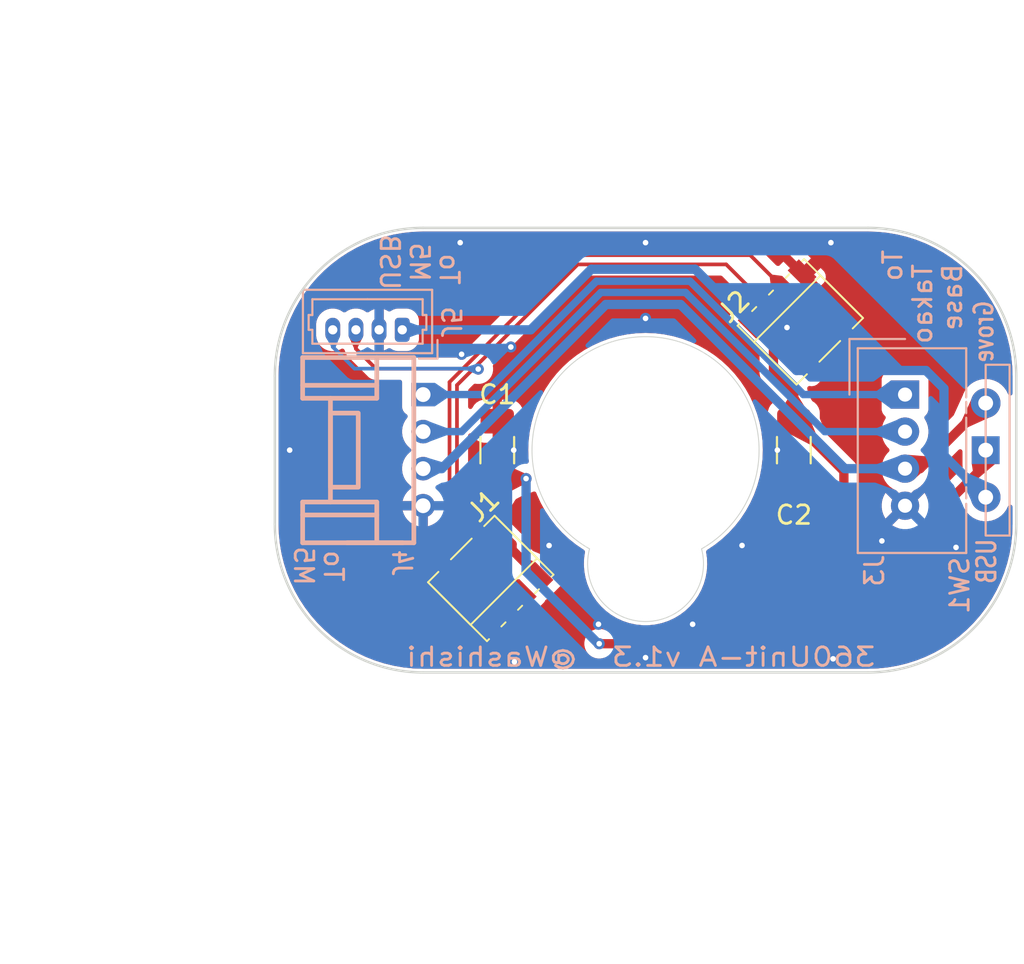
<source format=kicad_pcb>
(kicad_pcb (version 20241229) (generator "pcbnew") (generator_version "9.0")
  (layers (0 "F.Cu" signal) (2 "B.Cu" signal) (13 "F.Paste" user) (15 "B.Paste" user) (5 "F.SilkS" user "F.Silkscreen") (7 "B.SilkS" user "B.Silkscreen") (1 "F.Mask" user) (3 "B.Mask" user) (25 "Edge.Cuts" user))
  (net 0 "")
  (net 1 "/P2")
  (net 2 "GND")
  (net 3 "/P1")
  (net 4 "/D-")
  (net 5 "/5V(G)")
  (net 6 "/D+")
  (net 7 "/5V")
  (net 8 "/5V(U)")
  (footprint "Capacitor_SMD:C_1206_3216Metric_Pad1.33x1.80mm_HandSolder" (layer "F.Cu") (at 135 127 -90)
    (property "Reference" "C2" (at 3.5 0 0) (layer "F.SilkS"))
    (property "Value" "100uF")
    (fp_line (start -0.711252 0.91) (end 0.711252 0.91) (stroke (width 0.12)) (layer "F.SilkS"))
    (fp_line (start -0.711252 -0.91) (end 0.711252 -0.91) (stroke (width 0.12)) (layer "F.SilkS"))
    (pad "1" smd roundrect (at -1.5625 0 270) (size 1.325 1.8) (layers "F.Cu" "F.Mask" "F.Paste") (roundrect_rratio 0.188679) (net 7 "/5V"))
    (pad "2" smd roundrect (at 1.5625 0 270) (size 1.325 1.8) (layers "F.Cu" "F.Mask" "F.Paste") (roundrect_rratio 0.188679) (net 2 "GND"))
  )
  (footprint "My_Library:BatteryConector_1.27mm_4P" (layer "F.Cu") (at 119.357106 134.632106 -135)
    (property "Reference" "J1" (at -2.492551 4.058236 45) (layer "F.SilkS") (effects (font (thickness 0.153))))
    (property "Value" "BAT_Connector_01x04" (hide yes))
    (fp_line (start 2.54 3.25) (end 2.54 0) (stroke (width 0.1)) (layer "F.SilkS"))
    (fp_line (start 1.745 3.25) (end 2.54 3.25) (stroke (width 0.1)) (layer "F.SilkS"))
    (fp_line (start -0.795 3.25) (end 0.794 3.25) (stroke (width 0.1)) (layer "F.SilkS"))
    (fp_line (start 2.54 -1.25) (end 2.54 3.25) (stroke (width 0.1)) (layer "F.SilkS"))
    (fp_line (start 2.380001 -1.25) (end 2.54 -1.25) (stroke (width 0.1)) (layer "F.SilkS"))
    (fp_line (start -2.54 3.25) (end -1.745 3.25) (stroke (width 0.1)) (layer "F.SilkS"))
    (fp_line (start -2.54 3.25) (end -2.54 0) (stroke (width 0.1)) (layer "F.SilkS"))
    (fp_line (start 1.11 -1.237001) (end 1.43 -1.237) (stroke (width 0.1)) (layer "F.SilkS"))
    (fp_line (start -0.16 -1.237) (end 0.16 -1.236998) (stroke (width 0.1)) (layer "F.SilkS"))
    (fp_line (start -2.54 0) (end 2.54 0) (stroke (width 0.1)) (layer "F.SilkS"))
    (fp_line (start -1.43 -1.25) (end -1.11 -1.25) (stroke (width 0.1)) (layer "F.SilkS"))
    (fp_line (start -2.54 -1.25) (end -2.54 3.25) (stroke (width 0.1)) (layer "F.SilkS"))
    (fp_line (start -2.54 -1.25) (end -2.380001 -1.25) (stroke (width 0.1)) (layer "F.SilkS"))
    (pad "" smd rect (at -1.27 2.73 225) (size 0.8 1.6) (layers "F.Cu" "F.Mask" "F.Paste"))
    (pad "" smd rect (at 1.27 2.73 225) (size 0.8 1.6) (layers "F.Cu" "F.Mask" "F.Paste"))
    (pad "1" smd rect (at -1.905 -0.77 225) (size 0.85 1.35) (layers "F.Cu" "F.Mask" "F.Paste") (net 7 "/5V"))
    (pad "2" smd rect (at -0.634999 -0.77 225) (size 0.85 1.35) (layers "F.Cu" "F.Mask" "F.Paste") (net 6 "/D+"))
    (pad "3" smd rect (at 0.635 -0.77 225) (size 0.85 1.35) (layers "F.Cu" "F.Mask" "F.Paste") (net 4 "/D-"))
    (pad "4" smd rect (at 1.905 -0.77 225) (size 0.85 1.35) (layers "F.Cu" "F.Mask" "F.Paste") (net 2 "GND"))
  )
  (footprint "Capacitor_SMD:C_1206_3216Metric_Pad1.33x1.80mm_HandSolder" (layer "F.Cu") (at 119 127 90)
    (property "Reference" "C1" (at 3 0 0) (layer "F.SilkS"))
    (property "Value" "100uF")
    (fp_line (start -0.711252 -0.91) (end 0.711252 -0.91) (stroke (width 0.12)) (layer "F.SilkS"))
    (fp_line (start -0.711252 0.91) (end 0.711252 0.91) (stroke (width 0.12)) (layer "F.SilkS"))
    (pad "1" smd roundrect (at -1.5625 0 90) (size 1.325 1.8) (layers "F.Cu" "F.Mask" "F.Paste") (roundrect_rratio 0.188679) (net 7 "/5V"))
    (pad "2" smd roundrect (at 1.5625 0 90) (size 1.325 1.8) (layers "F.Cu" "F.Mask" "F.Paste") (roundrect_rratio 0.188679) (net 2 "GND"))
  )
  (footprint "My_Library:BatteryConector_1.27mm_4P" (layer "F.Cu") (at 134.642894 119.367894 45)
    (property "Reference" "J2" (at -1.962221 -2.128949 45) (layer "F.SilkS") (effects (font (thickness 0.153))))
    (property "Value" "BAT_Connector_01x04" (hide yes))
    (fp_line (start -2.54 -1.25) (end -2.380001 -1.25) (stroke (width 0.1)) (layer "F.SilkS"))
    (fp_line (start -2.54 -1.25) (end -2.54 3.25) (stroke (width 0.1)) (layer "F.SilkS"))
    (fp_line (start -1.43 -1.25) (end -1.11 -1.25) (stroke (width 0.1)) (layer "F.SilkS"))
    (fp_line (start -2.54 0) (end 2.54 0) (stroke (width 0.1)) (layer "F.SilkS"))
    (fp_line (start -0.16 -1.237) (end 0.16 -1.236998) (stroke (width 0.1)) (layer "F.SilkS"))
    (fp_line (start 1.11 -1.237001) (end 1.43 -1.237) (stroke (width 0.1)) (layer "F.SilkS"))
    (fp_line (start -2.54 3.25) (end -2.54 0) (stroke (width 0.1)) (layer "F.SilkS"))
    (fp_line (start -2.54 3.25) (end -1.745 3.25) (stroke (width 0.1)) (layer "F.SilkS"))
    (fp_line (start 2.380001 -1.25) (end 2.54 -1.25) (stroke (width 0.1)) (layer "F.SilkS"))
    (fp_line (start 2.54 -1.25) (end 2.54 3.25) (stroke (width 0.1)) (layer "F.SilkS"))
    (fp_line (start -0.795 3.25) (end 0.794 3.25) (stroke (width 0.1)) (layer "F.SilkS"))
    (fp_line (start 1.745 3.25) (end 2.54 3.25) (stroke (width 0.1)) (layer "F.SilkS"))
    (fp_line (start 2.54 3.25) (end 2.54 0) (stroke (width 0.1)) (layer "F.SilkS"))
    (pad "" smd rect (at -1.27 2.73 45) (size 0.8 1.6) (layers "F.Cu" "F.Mask" "F.Paste"))
    (pad "" smd rect (at 1.27 2.73 45) (size 0.8 1.6) (layers "F.Cu" "F.Mask" "F.Paste"))
    (pad "1" smd rect (at -1.905 -0.77 45) (size 0.85 1.35) (layers "F.Cu" "F.Mask" "F.Paste") (net 7 "/5V"))
    (pad "2" smd rect (at -0.634999 -0.77 45) (size 0.85 1.35) (layers "F.Cu" "F.Mask" "F.Paste") (net 6 "/D+"))
    (pad "3" smd rect (at 0.635 -0.77 45) (size 0.85 1.35) (layers "F.Cu" "F.Mask" "F.Paste") (net 4 "/D-"))
    (pad "4" smd rect (at 1.905 -0.77 45) (size 0.85 1.35) (layers "F.Cu" "F.Mask" "F.Paste") (net 2 "GND"))
  )
  (footprint "My_Library:CON_GROVE_H" (layer "B.Cu") (at 115 127 -90)
    (property "Reference" "J4" (at 6.1 1.15 270) (layer "B.SilkS") (effects (font (size 1 0.8) (thickness 0.153) (bold yes)) (justify mirror)))
    (property "Value" "HY2.0-4P")
    (fp_line (start -5 6.5) (end -5 0.5) (stroke (width 0.254)) (layer "B.SilkS"))
    (fp_line (start -2.8 6.5) (end -5 6.5) (stroke (width 0.254)) (layer "B.SilkS"))
    (fp_line (start 2.8 6.5) (end 2.8 2.5) (stroke (width 0.254)) (layer "B.SilkS"))
    (fp_line (start 3.5 6.5) (end 3.5 2.5) (stroke (width 0.254)) (layer "B.SilkS"))
    (fp_line (start 5 6.5) (end 2.8 6.5) (stroke (width 0.254)) (layer "B.SilkS"))
    (fp_line (start -2.8 5) (end 2.8 5) (stroke (width 0.254)) (layer "B.SilkS"))
    (fp_line (start 5 4.1) (end 5 1.1) (stroke (width 0.254)) (layer "B.SilkS"))
    (fp_line (start -5 3.6) (end -5 1.6) (stroke (width 0.127)) (layer "B.SilkS"))
    (fp_line (start -5 2.5) (end -2.8 2.5) (stroke (width 0.254)) (layer "B.SilkS"))
    (fp_line (start -3.5 2.5) (end -3.5 6.5) (stroke (width 0.254)) (layer "B.SilkS"))
    (fp_line (start -2.8 2.5) (end -2.8 6.5) (stroke (width 0.254)) (layer "B.SilkS"))
    (fp_line (start 2.8 2.5) (end 5 2.5) (stroke (width 0.254)) (layer "B.SilkS"))
    (fp_line (start -5 0.5) (end 5 0.5) (stroke (width 0.254)) (layer "B.SilkS"))
    (fp_line (start 5 0.5) (end 5 6.5) (stroke (width 0.254)) (layer "B.SilkS"))
    (fp_rect (start -2 5) (end 2 3.5) (stroke (width 0.254)) (fill no) (layer "B.SilkS"))
    (pad "1" thru_hole rect (at -3 0 270) (size 1.27 1.27) (drill 0.8) (layers "*.Cu" "*.Mask") (net 3 "/P1"))
    (pad "2" thru_hole circle (at -1 0 270) (size 1.27 1.27) (drill 0.8) (layers "*.Cu" "*.Mask") (net 1 "/P2"))
    (pad "3" thru_hole circle (at 1 0 270) (size 1.27 1.27) (drill 0.8) (layers "*.Cu" "*.Mask") (net 5 "/5V(G)"))
    (pad "4" thru_hole circle (at 3 0 270) (size 1.27 1.27) (drill 0.8) (layers "*.Cu" "*.Mask") (net 2 "GND"))
  )
  (footprint "Connector_Molex:Molex_PicoBlade_53047-0410_1x04_P1.25mm_Vertical" (layer "B.Cu") (at 113.875 120.505 180)
    (property "Reference" "J5" (at -2.625 0.405 270) (layer "B.SilkS") (effects (justify mirror)))
    (property "Value" "PicoBlade-4P")
    (fp_line (start 5.36 2.16) (end -1.61 2.16) (stroke (width 0.12)) (layer "B.SilkS"))
    (fp_line (start 5.36 -1.26) (end 5.36 2.16) (stroke (width 0.12)) (layer "B.SilkS"))
    (fp_line (start 5.05 0.8) (end 4.85 0.8) (stroke (width 0.12)) (layer "B.SilkS"))
    (fp_line (start 5.05 0) (end 5.05 0.8) (stroke (width 0.12)) (layer "B.SilkS"))
    (fp_line (start 4.85 1.65) (end 1.875 1.65) (stroke (width 0.12)) (layer "B.SilkS"))
    (fp_line (start 4.85 0.8) (end 4.85 1.65) (stroke (width 0.12)) (layer "B.SilkS"))
    (fp_line (start 4.85 0) (end 5.05 0) (stroke (width 0.12)) (layer "B.SilkS"))
    (fp_line (start 4.85 -0.75) (end 4.85 0) (stroke (width 0.12)) (layer "B.SilkS"))
    (fp_line (start 1.875 -0.75) (end 4.85 -0.75) (stroke (width 0.12)) (layer "B.SilkS"))
    (fp_line (start 1.875 -0.75) (end -1.1 -0.75) (stroke (width 0.12)) (layer "B.SilkS"))
    (fp_line (start -1.1 1.65) (end 1.875 1.65) (stroke (width 0.12)) (layer "B.SilkS"))
    (fp_line (start -1.1 0.8) (end -1.1 1.65) (stroke (width 0.12)) (layer "B.SilkS"))
    (fp_line (start -1.1 0) (end -1.3 0) (stroke (width 0.12)) (layer "B.SilkS"))
    (fp_line (start -1.1 -0.75) (end -1.1 0) (stroke (width 0.12)) (layer "B.SilkS"))
    (fp_line (start -1.3 0.8) (end -1.1 0.8) (stroke (width 0.12)) (layer "B.SilkS"))
    (fp_line (start -1.3 0) (end -1.3 0.8) (stroke (width 0.12)) (layer "B.SilkS"))
    (fp_line (start -1.61 2.16) (end -1.61 -1.26) (stroke (width 0.12)) (layer "B.SilkS"))
    (fp_line (start -1.61 -1.26) (end 5.36 -1.26) (stroke (width 0.12)) (layer "B.SilkS"))
    (fp_line (start -1.9 -1.55) (end -0.9 -1.55) (stroke (width 0.12)) (layer "B.SilkS"))
    (fp_line (start -1.9 -1.55) (end -1.9 -0.55) (stroke (width 0.12)) (layer "B.SilkS"))
    (pad "1" thru_hole roundrect (at 0 0 180) (size 0.8 1.3) (drill 0.5) (layers "*.Cu" "*.Mask") (net 8 "/5V(U)"))
    (pad "2" thru_hole oval (at 1.25 0 180) (size 0.8 1.3) (drill 0.5) (layers "*.Cu" "*.Mask") (net 2 "GND"))
    (pad "3" thru_hole oval (at 2.5 0 180) (size 0.8 1.3) (drill 0.5) (layers "*.Cu" "*.Mask") (net 4 "/D-"))
    (pad "4" thru_hole oval (at 3.75 0 180) (size 0.8 1.3) (drill 0.5) (layers "*.Cu" "*.Mask") (net 6 "/D+"))
  )
  (footprint "Connector:NS-Tech_Grove_1x04_P2mm_Vertical" (layer "B.Cu") (at 141 124 180)
    (property "Reference" "J3" (at 1.65 -9.5 90) (layer "B.SilkS") (effects (justify mirror)))
    (property "Value" "HY2.0-4P")
    (fp_line (start 3 3) (end 3 0) (stroke (width 0.12)) (layer "B.SilkS"))
    (fp_line (start 2.55 2.5) (end 2.55 -8.55) (stroke (width 0.12)) (layer "B.SilkS"))
    (fp_line (start 0 3) (end 3 3) (stroke (width 0.12)) (layer "B.SilkS"))
    (fp_line (start -3.3 2.5) (end 2.55 2.5) (stroke (width 0.12)) (layer "B.SilkS"))
    (fp_line (start -3.3 2.5) (end -3.3 -0.15) (stroke (width 0.12)) (layer "B.SilkS"))
    (fp_line (start -3.3 -0.4) (end -3.3 -1) (stroke (width 0.12)) (layer "B.SilkS"))
    (fp_line (start -3.3 -1.25) (end -3.3 -4.75) (stroke (width 0.12)) (layer "B.SilkS"))
    (fp_line (start -3.3 -5) (end -3.3 -5.6) (stroke (width 0.12)) (layer "B.SilkS"))
    (fp_line (start -3.3 -5.9) (end -3.3 -8.55) (stroke (width 0.12)) (layer "B.SilkS"))
    (fp_line (start -3.3 -8.55) (end 2.55 -8.55) (stroke (width 0.12)) (layer "B.SilkS"))
    (pad "1" thru_hole rect (at 0 0 180) (size 1.524 1.524) (drill 0.762) (layers "*.Cu" "*.Mask") (net 3 "/P1"))
    (pad "2" thru_hole circle (at 0 -2 180) (size 1.524 1.524) (drill 0.762) (layers "*.Cu" "*.Mask") (net 1 "/P2"))
    (pad "3" thru_hole circle (at 0 -4 180) (size 1.524 1.524) (drill 0.762) (layers "*.Cu" "*.Mask") (net 5 "/5V(G)"))
    (pad "4" thru_hole circle (at 0 -6 180) (size 1.524 1.524) (drill 0.762) (layers "*.Cu" "*.Mask") (net 2 "GND"))
  )
  (footprint "Local_Library:SW_Slide-03_Wuerth-WS-SLTV_9x3.5x3.5_P2.54mm" (layer "B.Cu") (at 145.35 127 90)
    (property "Reference" "SW1" (at -7.3 -1.4 270) (layer "B.SilkS") (effects (font (thickness 0.153)) (justify mirror)))
    (property "Value" "SW_SPDT")
    (fp_rect (start -4.61 1.291) (end 4.61 0) (stroke (width 0.12)) (fill no) (layer "B.SilkS"))
    (pad "1" thru_hole rect (at 0 0 90) (size 1.5 1.5) (drill 0.8) (layers "*.Cu" "*.Mask") (net 7 "/5V"))
    (pad "2" thru_hole circle (at -2.54 0 90) (size 1.6 1.6) (drill 0.8) (layers "*.Cu" "*.Mask") (net 8 "/5V(U)"))
    (pad "3" thru_hole circle (at 2.54 0 90) (size 1.6 1.6) (drill 0.8) (layers "*.Cu" "*.Mask") (net 5 "/5V(G)"))
  )
  (gr_line (start 147 123) (end 147 131) (stroke (width 0.13)) (layer "Edge.Cuts"))
  (gr_arc (start 123.978393 132.327805) (mid 127.000001 120.875001) (end 130.021606 132.327806) (stroke (width 0.05)) (layer "Edge.Cuts"))
  (gr_arc (start 107 123) (mid 109.343146 117.343146) (end 115 115) (stroke (width 0.13)) (layer "Edge.Cuts"))
  (gr_arc (start 147 131) (mid 144.656854 136.656854) (end 139 139) (stroke (width 0.13)) (layer "Edge.Cuts"))
  (gr_arc (start 139 115) (mid 144.656854 117.343146) (end 147 123) (stroke (width 0.13)) (layer "Edge.Cuts"))
  (gr_line (start 115 115) (end 139 115) (stroke (width 0.13)) (layer "Edge.Cuts"))
  (gr_arc (start 115 139) (mid 109.343146 136.656854) (end 107 131) (stroke (width 0.13)) (layer "Edge.Cuts"))
  (gr_line (start 139 139) (end 115 139) (stroke (width 0.13)) (layer "Edge.Cuts"))
  (gr_line (start 107 131) (end 107 123) (stroke (width 0.13)) (layer "Edge.Cuts"))
  (gr_arc (start 130.021607 132.327804) (mid 127 136.250001) (end 123.978393 132.327804) (stroke (width 0.05)) (layer "Edge.Cuts"))
  (gr_text "To \nM5\nUSB" (at 114.8 116.85 270) (layer "B.SilkS") (effects (font (size 1 1) (thickness 0.153)) (justify mirror)))
  (gr_text "To\nM5\n" (at 110.75 133.25 270) (layer "B.SilkS") (effects (font (size 1 1) (thickness 0.153)) (justify top mirror)))
  (gr_text "USB" (at 145.4 131.7 90) (layer "B.SilkS") (effects (font (size 1 0.8) (thickness 0.153)) (justify left mirror)))
  (gr_text "Grove" (at 145.25 118.85 90) (layer "B.SilkS") (effects (font (size 1 0.8) (thickness 0.153)) (justify left mirror)))
  (gr_text "To\n Takao\n Base\n" (at 139.75 116.1 90) (layer "B.SilkS") (effects (font (size 1 1) (thickness 0.153)) (justify left top mirror)))
  (gr_text "360Unit-A v1.3  @Washishi" (at 139.5 138.75 0) (layer "B.SilkS") (effects (font (size 1 1.2) (thickness 0.153)) (justify left bottom mirror)))
  (segment (start 124.593346 118.486) (end 117.079346 126) (width 0.4) (layer "B.Cu") (net 1))
  (segment (start 117.079346 126) (end 115 126) (width 0.4) (layer "B.Cu") (net 1))
  (segment (start 141.4 126) (end 140.249942 126) (width 0.4) (layer "B.Cu") (net 1))
  (segment (start 141 126) (end 136.670654 126) (width 0.4) (layer "B.Cu") (net 1))
  (segment (start 136.670654 126) (end 129.156653 118.486) (width 0.4) (layer "B.Cu") (net 1))
  (segment (start 129.156653 118.486) (end 124.593346 118.486) (width 0.4) (layer "B.Cu") (net 1))
  (segment (start 118.55454 136.523617) (end 118.476383 136.523617) (width 0.5) (layer "F.Cu") (net 2))
  (segment (start 137.602255 117.5) (end 138 117.5) (width 0.5) (layer "F.Cu") (net 2))
  (segment (start 136.7309 118.35) (end 137.127046 117.953854) (width 0.5) (layer "F.Cu") (net 2))
  (segment (start 137.148401 117.953854) (end 137.602255 117.5) (width 0.5) (layer "F.Cu") (net 2))
  (segment (start 118.152748 136.523617) (end 118.55454 136.523617) (width 0.5) (layer "F.Cu") (net 2))
  (segment (start 117.121511 137.554854) (end 118.152748 136.523617) (width 0.5) (layer "F.Cu") (net 2))
  (segment (start 136.319077 118.35) (end 136.7309 118.35) (width 0.5) (layer "F.Cu") (net 2))
  (segment (start 135.44546 117.476383) (end 136.319077 118.35) (width 0.5) (layer "F.Cu") (net 2))
  (segment (start 135.44546 117.476383) (end 135.780683 117.476383) (width 0.5) (layer "F.Cu") (net 2))
  (segment (start 137.127046 117.953854) (end 137.148401 117.953854) (width 0.5) (layer "F.Cu") (net 2))
  (segment (start 136.81192 116.445146) (end 137.045146 116.445146) (width 0.5) (layer "F.Cu") (net 2))
  (segment (start 116.954854 137.554854) (end 117.121511 137.554854) (width 0.5) (layer "F.Cu") (net 2))
  (segment (start 135.780683 117.476383) (end 136.81192 116.445146) (width 0.5) (layer "F.Cu") (net 2))
  (via (at 134.112 127) (size 0.6) (drill 0.3) (layers "F.Cu" "B.Cu") (net 2))
  (via (at 127 138.2) (size 0.6) (drill 0.3) (layers "F.Cu" "B.Cu") (net 2))
  (via (at 124.46 136.398) (size 0.6) (drill 0.3) (layers "F.Cu" "B.Cu") (net 2))
  (via (at 134.630801 120.380801) (size 0.6) (drill 0.3) (layers "F.Cu" "B.Cu") (net 2))
  (via (at 119.888 127) (size 0.6) (drill 0.3) (layers "F.Cu" "B.Cu") (net 2))
  (via (at 117 115.8) (size 0.6) (drill 0.3) (layers "F.Cu" "B.Cu") (net 2))
  (via (at 119.732815 121.432815) (size 0.6) (drill 0.3) (layers "F.Cu" "B.Cu") (net 2))
  (via (at 119.925 138.425) (size 0.6) (drill 0.3) (layers "F.Cu" "B.Cu") (net 2))
  (via (at 137.118185 138.263636) (size 0.6) (drill 0.3) (layers "F.Cu" "B.Cu") (net 2))
  (via (at 121.795732 132.148476) (size 0.6) (drill 0.3) (layers "F.Cu" "B.Cu") (net 2))
  (via (at 137 115.8) (size 0.6) (drill 0.3) (layers "F.Cu" "B.Cu") (net 2))
  (via (at 129.54 136.398) (size 0.6) (drill 0.3) (layers "F.Cu" "B.Cu") (net 2))
  (via (at 107.8 127) (size 0.6) (drill 0.3) (layers "F.Cu" "B.Cu") (net 2))
  (via (at 127 115.8) (size 0.6) (drill 0.3) (layers "F.Cu" "B.Cu") (net 2))
  (via (at 127 119.888) (size 0.6) (drill 0.3) (layers "F.Cu" "B.Cu") (net 2))
  (via (at 132.205652 132.145962) (size 0.6) (drill 0.3) (layers "F.Cu" "B.Cu") (net 2))
  (via (at 143.75 132.25) (size 0.6) (drill 0.3) (layers "F.Cu" "B.Cu") (net 2))
  (via (at 139.75 131.9) (size 0.6) (drill 0.3) (layers "F.Cu" "B.Cu") (net 2))
  (via (at 117.075735 121.825735) (size 0.6) (drill 0.3) (layers "F.Cu" "B.Cu") (net 2))
  (segment (start 118.229404 124) (end 115 124) (width 0.4) (layer "B.Cu") (net 3))
  (segment (start 135.520596 124) (end 129.405595 117.885) (width 0.4) (layer "B.Cu") (net 3))
  (segment (start 124.344404 117.885) (end 118.229404 124) (width 0.4) (layer "B.Cu") (net 3))
  (segment (start 129.405595 117.885) (end 124.344404 117.885) (width 0.4) (layer "B.Cu") (net 3))
  (segment (start 141 124) (end 135.520596 124) (width 0.4) (layer "B.Cu") (net 3))
  (segment (start 119.452565 135.625591) (end 118.975268 135.148294) (width 0.2) (layer "F.Cu") (net 4))
  (segment (start 118.975268 135.075268) (end 117.678207 133.778207) (width 0.2) (layer "F.Cu") (net 4))
  (segment (start 116.425 132.504687) (end 116.425 123.325) (width 0.2) (layer "F.Cu") (net 4))
  (segment (start 117.15 122.6) (end 118.3 121.45) (width 0.2) (layer "F.Cu") (net 4))
  (segment (start 118.975268 135.148294) (end 118.975268 135.075268) (width 0.2) (layer "F.Cu") (net 4))
  (segment (start 116.425 123.325) (end 118.3 121.45) (width 0.2) (layer "F.Cu") (net 4))
  (segment (start 112.45 122.6) (end 117.15 122.6) (width 0.2) (layer "F.Cu") (net 4))
  (segment (start 132.648026 116.475) (end 134.547435 118.374409) (width 0.2) (layer "F.Cu") (net 4))
  (segment (start 117.678207 133.757894) (end 116.425 132.504687) (width 0.2) (layer "F.Cu") (net 4))
  (segment (start 123.275 116.475) (end 132.648026 116.475) (width 0.2) (layer "F.Cu") (net 4))
  (segment (start 111.375 120.505) (end 111.375 121.525) (width 0.2) (layer "F.Cu") (net 4))
  (segment (start 111.375 121.525) (end 112.45 122.6) (width 0.2) (layer "F.Cu") (net 4))
  (segment (start 117.678207 133.778207) (end 117.678207 133.757894) (width 0.2) (layer "F.Cu") (net 4))
  (segment (start 118.3 121.45) (end 123.275 116.475) (width 0.2) (layer "F.Cu") (net 4))
  (segment (start 145.35 124.46) (end 141.81 128) (width 0.5) (layer "F.Cu") (net 5))
  (segment (start 141.81 128) (end 141 128) (width 0.5) (layer "F.Cu") (net 5))
  (segment (start 137.75 128) (end 128.887 119.137) (width 0.5) (layer "B.Cu") (net 5))
  (segment (start 128.887 119.137) (end 124.863 119.137) (width 0.5) (layer "B.Cu") (net 5))
  (segment (start 116 128) (end 115 128) (width 0.5) (layer "B.Cu") (net 5))
  (segment (start 124.863 119.137) (end 116 128) (width 0.5) (layer "B.Cu") (net 5))
  (segment (start 141 128) (end 137.75 128) (width 0.5) (layer "B.Cu") (net 5))
  (segment (start 120.35059 134.727566) (end 120.257253 134.727566) (width 0.2) (layer "F.Cu") (net 6))
  (segment (start 116.826 131.296313) (end 116.826 123.4911) (width 0.2) (layer "F.Cu") (net 6))
  (segment (start 131.351976 116.975) (end 133.64941 119.272434) (width 0.2) (layer "F.Cu") (net 6))
  (segment (start 120.257253 134.727566) (end 116.826 131.296313) (width 0.2) (layer "F.Cu") (net 6))
  (segment (start 117.692835 122.624265) (end 117.63355 122.68355) (width 0.2) (layer "F.Cu") (net 6))
  (segment (start 117.974265 122.624265) (end 117.692835 122.624265) (width 0.2) (layer "F.Cu") (net 6))
  (segment (start 123.3421 116.975) (end 131.351976 116.975) (width 0.2) (layer "F.Cu") (net 6))
  (segment (start 117.63355 122.68355) (end 123.3421 116.975) (width 0.2) (layer "F.Cu") (net 6))
  (segment (start 116.826 123.4911) (end 117.63355 122.68355) (width 0.2) (layer "F.Cu") (net 6))
  (via (at 117.974265 122.624265) (size 0.6) (drill 0.3) (layers "F.Cu" "B.Cu") (net 6))
  (segment (start 117.95 122.6) (end 111.3 122.6) (width 0.2) (layer "B.Cu") (net 6))
  (segment (start 117.974265 122.624265) (end 117.95 122.6) (width 0.2) (layer "B.Cu") (net 6))
  (segment (start 110.125 121.425) (end 110.125 120.505) (width 0.2) (layer "B.Cu") (net 6))
  (segment (start 111.3 122.6) (end 110.125 121.425) (width 0.2) (layer "B.Cu") (net 6))
  (segment (start 139.410409 133.710409) (end 145.35 127.770818) (width 0.5) (layer "F.Cu") (net 7))
  (segment (start 135 125.4375) (end 137.7 128.1375) (width 0.5) (layer "F.Cu") (net 7))
  (segment (start 119.8 132.380923) (end 119.8 132.075453) (width 0.5) (layer "F.Cu") (net 7))
  (segment (start 133.9 122.8) (end 135 123.9) (width 0.5) (layer "F.Cu") (net 7))
  (segment (start 121.248617 133.82954) (end 119.8 132.380923) (width 0.5) (layer "F.Cu") (net 7))
  (segment (start 133.9 121.319077) (end 133.9 122.8) (width 0.5) (layer "F.Cu") (net 7))
  (segment (start 120.555157 128.534486) (end 119.028014 128.534486) (width 0.5) (layer "F.Cu") (net 7))
  (segment (start 145.35 127.770818) (end 145.35 127) (width 0.5) (layer "F.Cu") (net 7))
  (segment (start 124.448925 137.449) (end 124.5 137.449) (width 0.5) (layer "F.Cu") (net 7))
  (segment (start 137.7 128.1375) (end 137.7 132) (width 0.5) (layer "F.Cu") (net 7))
  (segment (start 132.751383 120.17046) (end 133.9 121.319077) (width 0.5) (layer "F.Cu") (net 7))
  (segment (start 119.028014 128.534486) (end 119 128.5625) (width 0.5) (layer "F.Cu") (net 7))
  (segment (start 119.8 132.075453) (end 119 131.275453) (width 0.5) (layer "F.Cu") (net 7))
  (segment (start 124.5 137.449) (end 135.671818 137.449) (width 0.5) (layer "F.Cu") (net 7))
  (segment (start 135.671818 137.449) (end 139.410409 133.710409) (width 0.5) (layer "F.Cu") (net 7))
  (segment (start 134.8375 125.4375) (end 135 125.4375) (width 0.5) (layer "F.Cu") (net 7))
  (segment (start 135 123.9) (end 135 125.4375) (width 0.5) (layer "F.Cu") (net 7))
  (segment (start 137.7 132) (end 139.410409 133.710409) (width 0.5) (layer "F.Cu") (net 7))
  (segment (start 119 131.275453) (end 119 128.5625) (width 0.5) (layer "F.Cu") (net 7))
  (via (at 124.5 137.449) (size 0.6) (drill 0.3) (layers "F.Cu" "B.Cu") (net 7))
  (via (at 120.555157 128.534486) (size 0.6) (drill 0.3) (layers "F.Cu" "B.Cu") (net 7))
  (segment (start 120.555157 133.555232) (end 124.448925 137.449) (width 0.5) (layer "B.Cu") (net 7))
  (segment (start 124.448925 137.449) (end 124.5 137.449) (width 0.5) (layer "B.Cu") (net 7))
  (segment (start 120.555157 128.534486) (end 120.555157 133.555232) (width 0.5) (layer "B.Cu") (net 7))
  (segment (start 135.141249 122.7) (end 129.675248 117.234) (width 0.5) (layer "B.Cu") (net 8))
  (segment (start 120.80375 120.505) (end 113.875 120.505) (width 0.5) (layer "B.Cu") (net 8))
  (segment (start 142.126 122.7) (end 135.141249 122.7) (width 0.5) (layer "B.Cu") (net 8))
  (segment (start 143.1 123.674) (end 142.126 122.7) (width 0.5) (layer "B.Cu") (net 8))
  (segment (start 145.35 129.54) (end 143.1 127.29) (width 0.5) (layer "B.Cu") (net 8))
  (segment (start 124.07475 117.234) (end 120.80375 120.505) (width 0.5) (layer "B.Cu") (net 8))
  (segment (start 129.675248 117.234) (end 124.07475 117.234) (width 0.5) (layer "B.Cu") (net 8))
  (segment (start 143.1 127.29) (end 143.1 123.674) (width 0.5) (layer "B.Cu") (net 8))
  (zone (net 2) (net_name "GND") (layers "F.Cu" "B.Cu") (connect_pads (clearance 0.5)) (min_thickness 0.25) (fill yes (thermal_gap 0.5) (thermal_bridge_width 0.5))
    (polygon (pts (xy 107 115) (xy 107 139) (xy 147 139) (xy 147 115)))
  )
)
</source>
